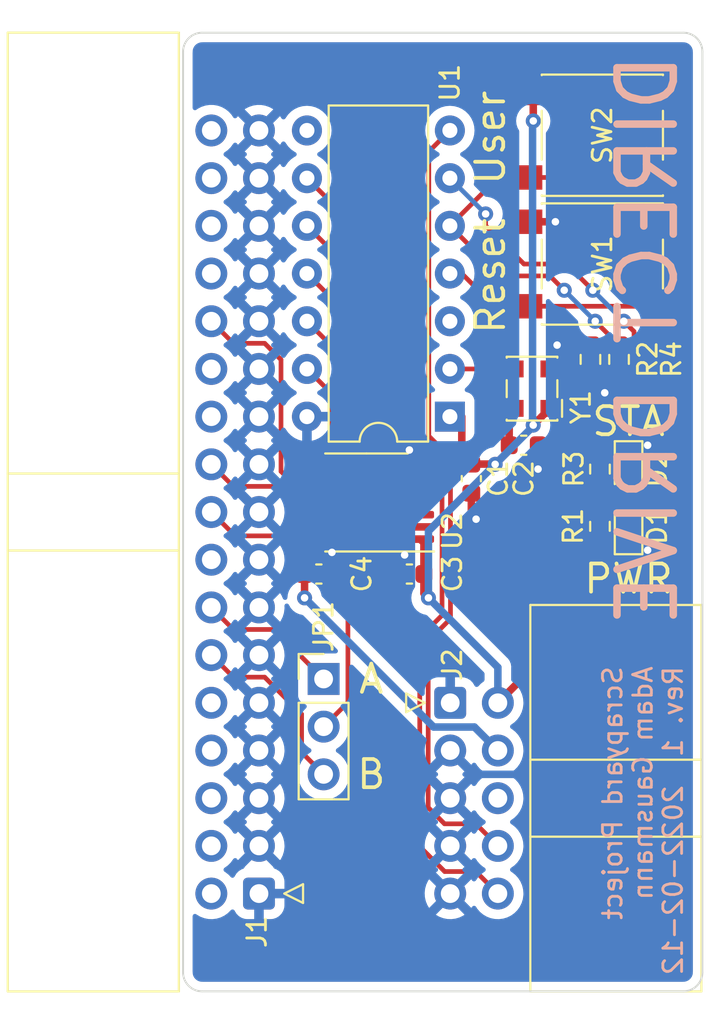
<source format=kicad_pcb>
(kicad_pcb (version 20211014) (generator pcbnew)
  (layers (0 "F.Cu" signal) (31 "B.Cu" signal) (34 "B.Paste" user) (35 "F.Paste" user) (36 "B.SilkS" user "B.Silkscreen") (37 "F.SilkS" user "F.Silkscreen") (38 "B.Mask" user) (39 "F.Mask" user) (44 "Edge.Cuts" user))
  (net 0 "")
  (net 1 "+3V3")
  (net 2 "GND")
  (net 3 "+5V")
  (net 4 "Net-(D1-Pad2)")
  (net 5 "Net-(D2-Pad2)")
  (net 11 "DRVSB")
  (net 12 "DRVSA")
  (net 14 "DIR")
  (net 15 "STEP")
  (net 18 "TRK00")
  (net 24 "MOSI")
  (net 25 "SCK")
  (net 26 "DRVS")
  (net 27 "NRST")
  (net 28 "STATUS")
  (net 29 "USER")
  (net 30 "CLK")
  (net 33 "TRK00-L")
  (net 34 "STEP-L")
  (net 35 "DIR-L")
  (net 36 "DRVS-L")
  (footprint "Capacitor_SMD:C_0603_1608Metric" (layer "F.Cu") (at 132.842 67.564)
    (fp_text reference "C2" (at 0 1.778 90) (layer "F.SilkS"))
    (fp_text value "10nF")
    (fp_line (start -0.14058 -0.51) (end 0.14058 -0.51) (layer "F.SilkS") (width 0.12))
    (fp_line (start -0.14058 0.51) (end 0.14058 0.51) (layer "F.SilkS") (width 0.12))
    (pad "1" smd roundrect (at -0.775 0) (size 0.9 0.95) (layers "F.Cu" "F.Paste" "F.Mask") (net 1 "+3V3"))
    (pad "2" smd roundrect (at 0.775 0) (size 0.9 0.95) (layers "F.Cu" "F.Paste" "F.Mask") (net 2 "GND"))
  )
  (footprint "Button_Switch_SMD:SW_Push_1P1T_NO_6x6mm_H9.5mm" (layer "F.Cu") (at 137.033 51.054)
    (fp_text reference "SW2" (at 0 0 90) (layer "F.SilkS"))
    (fp_text value "User")
    (fp_line (start 3.23 -1.3) (end 3.23 1.3) (layer "F.SilkS") (width 0.12))
    (fp_line (start -3.23 -1.3) (end -3.23 1.3) (layer "F.SilkS") (width 0.12))
    (fp_line (start 3.23 3.23) (end 3.23 3.2) (layer "F.SilkS") (width 0.12))
    (fp_line (start -3.23 -3.23) (end 3.23 -3.23) (layer "F.SilkS") (width 0.12))
    (fp_line (start -3.23 3.23) (end 3.23 3.23) (layer "F.SilkS") (width 0.12))
    (fp_line (start -3.23 -3.2) (end -3.23 -3.23) (layer "F.SilkS") (width 0.12))
    (fp_line (start -3.23 3.23) (end -3.23 3.2) (layer "F.SilkS") (width 0.12))
    (fp_line (start 3.23 -3.23) (end 3.23 -3.2) (layer "F.SilkS") (width 0.12))
    (pad "1" smd rect (at -3.975 -2.25) (size 1.55 1.3) (layers "F.Cu" "F.Paste" "F.Mask") (net 1 "+3V3"))
    (pad "1" smd rect (at 3.975 -2.25) (size 1.55 1.3) (layers "F.Cu" "F.Paste" "F.Mask") (net 1 "+3V3"))
    (pad "2" smd rect (at 3.975 2.25) (size 1.55 1.3) (layers "F.Cu" "F.Paste" "F.Mask") (net 29 "USER"))
    (pad "2" smd rect (at -3.975 2.25) (size 1.55 1.3) (layers "F.Cu" "F.Paste" "F.Mask") (net 29 "USER"))
  )
  (footprint "Resistor_SMD:R_0603_1608Metric" (layer "F.Cu") (at 136.398 62.992 90)
    (fp_text reference "R2" (at 0 3.048 90) (layer "F.SilkS"))
    (fp_text value "10k")
    (fp_line (start -0.237258 0.5225) (end 0.237258 0.5225) (layer "F.SilkS") (width 0.12))
    (fp_line (start -0.237258 -0.5225) (end 0.237258 -0.5225) (layer "F.SilkS") (width 0.12))
    (pad "1" smd roundrect (at -0.825 0 90) (size 0.8 0.95) (layers "F.Cu" "F.Paste" "F.Mask") (net 1 "+3V3"))
    (pad "2" smd roundrect (at 0.825 0 90) (size 0.8 0.95) (layers "F.Cu" "F.Paste" "F.Mask") (net 27 "NRST"))
  )
  (footprint "Package_SO:TSSOP-14_4.4x5mm_P0.65mm" (layer "F.Cu") (at 124.46 70.612 180)
    (fp_text reference "U2" (at -4.572 -1.524 90) (layer "F.SilkS"))
    (fp_text value "TXU0304PWR")
    (fp_line (start 0 -2.61) (end -3.6 -2.61) (layer "F.SilkS") (width 0.12))
    (fp_line (start 0 2.61) (end -2.2 2.61) (layer "F.SilkS") (width 0.12))
    (fp_line (start 0 -2.61) (end 2.2 -2.61) (layer "F.SilkS") (width 0.12))
    (fp_line (start 0 2.61) (end 2.2 2.61) (layer "F.SilkS") (width 0.12))
    (pad "1" smd roundrect (at -2.8625 -1.95 180) (size 1.475 0.4) (layers "F.Cu" "F.Paste" "F.Mask") (net 1 "+3V3"))
    (pad "2" smd roundrect (at -2.8625 -1.3 180) (size 1.475 0.4) (layers "F.Cu" "F.Paste" "F.Mask") (net 36 "DRVS-L"))
    (pad "3" smd roundrect (at -2.8625 -0.65 180) (size 1.475 0.4) (layers "F.Cu" "F.Paste" "F.Mask") (net 35 "DIR-L"))
    (pad "4" smd roundrect (at -2.8625 0 180) (size 1.475 0.4) (layers "F.Cu" "F.Paste" "F.Mask") (net 34 "STEP-L"))
    (pad "5" smd roundrect (at -2.8625 0.65 180) (size 1.475 0.4) (layers "F.Cu" "F.Paste" "F.Mask") (net 33 "TRK00-L"))
    (pad "6" smd roundrect (at -2.8625 1.3 180) (size 1.475 0.4) (layers "F.Cu" "F.Paste" "F.Mask"))
    (pad "7" smd roundrect (at -2.8625 1.95 180) (size 1.475 0.4) (layers "F.Cu" "F.Paste" "F.Mask") (net 2 "GND"))
    (pad "8" smd roundrect (at 2.8625 1.95 180) (size 1.475 0.4) (layers "F.Cu" "F.Paste" "F.Mask") (net 1 "+3V3"))
    (pad "9" smd roundrect (at 2.8625 1.3 180) (size 1.475 0.4) (layers "F.Cu" "F.Paste" "F.Mask"))
    (pad "10" smd roundrect (at 2.8625 0.65 180) (size 1.475 0.4) (layers "F.Cu" "F.Paste" "F.Mask") (net 18 "TRK00"))
    (pad "11" smd roundrect (at 2.8625 0 180) (size 1.475 0.4) (layers "F.Cu" "F.Paste" "F.Mask") (net 15 "STEP"))
    (pad "12" smd roundrect (at 2.8625 -0.65 180) (size 1.475 0.4) (layers "F.Cu" "F.Paste" "F.Mask") (net 14 "DIR"))
    (pad "13" smd roundrect (at 2.8625 -1.3 180) (size 1.475 0.4) (layers "F.Cu" "F.Paste" "F.Mask") (net 26 "DRVS"))
    (pad "14" smd roundrect (at 2.8625 -1.95 180) (size 1.475 0.4) (layers "F.Cu" "F.Paste" "F.Mask") (net 3 "+5V"))
  )
  (footprint "Capacitor_SMD:C_0603_1608Metric" (layer "F.Cu") (at 130.048 69.342 -90)
    (fp_text reference "C1" (at 0 -1.43 90) (layer "F.SilkS"))
    (fp_text value "100nF")
    (fp_line (start -0.14058 0.51) (end 0.14058 0.51) (layer "F.SilkS") (width 0.12))
    (fp_line (start -0.14058 -0.51) (end 0.14058 -0.51) (layer "F.SilkS") (width 0.12))
    (pad "1" smd roundrect (at -0.775 0 270) (size 0.9 0.95) (layers "F.Cu" "F.Paste" "F.Mask") (net 1 "+3V3"))
    (pad "2" smd roundrect (at 0.775 0 270) (size 0.9 0.95) (layers "F.Cu" "F.Paste" "F.Mask") (net 2 "GND"))
  )
  (footprint "Resistor_SMD:R_0603_1608Metric" (layer "F.Cu") (at 136.906 68.834 -90)
    (fp_text reference "R3" (at 0 1.397 90) (layer "F.SilkS"))
    (fp_text value "R")
    (fp_line (start -0.237258 -0.5225) (end 0.237258 -0.5225) (layer "F.SilkS") (width 0.12))
    (fp_line (start -0.237258 0.5225) (end 0.237258 0.5225) (layer "F.SilkS") (width 0.12))
    (pad "1" smd roundrect (at -0.825 0 270) (size 0.8 0.95) (layers "F.Cu" "F.Paste" "F.Mask") (net 28 "STATUS"))
    (pad "2" smd roundrect (at 0.825 0 270) (size 0.8 0.95) (layers "F.Cu" "F.Paste" "F.Mask") (net 5 "Net-(D2-Pad2)"))
  )
  (footprint "Package_DIP:DIP-14_W7.62mm" (layer "F.Cu") (at 128.905 66.04 180)
    (fp_text reference "U1" (at 0 17.78 90) (layer "F.SilkS"))
    (fp_text value "ATtiny24A-P")
    (fp_line (start 6.46 -1.33) (end 4.81 -1.33) (layer "F.SilkS") (width 0.12))
    (fp_line (start 1.16 -1.33) (end 1.16 16.57) (layer "F.SilkS") (width 0.12))
    (fp_line (start 2.81 -1.33) (end 1.16 -1.33) (layer "F.SilkS") (width 0.12))
    (fp_line (start 6.46 16.57) (end 6.46 -1.33) (layer "F.SilkS") (width 0.12))
    (fp_line (start 1.16 16.57) (end 6.46 16.57) (layer "F.SilkS") (width 0.12))
    (fp_arc (start 4.81 -1.33) (mid 3.81 -0.33) (end 2.81 -1.33) (layer "F.SilkS") (width 0.12))
    (pad "1" thru_hole rect (at 0 0 180) (size 1.6 1.6) (drill 0.8) (layers *.Cu *.Mask) (net 1 "+3V3"))
    (pad "2" thru_hole oval (at 0 2.54 180) (size 1.6 1.6) (drill 0.8) (layers *.Cu *.Mask) (net 30 "CLK"))
    (pad "3" thru_hole oval (at 0 5.08 180) (size 1.6 1.6) (drill 0.8) (layers *.Cu *.Mask))
    (pad "4" thru_hole oval (at 0 7.62 180) (size 1.6 1.6) (drill 0.8) (layers *.Cu *.Mask) (net 27 "NRST"))
    (pad "5" thru_hole oval (at 0 10.16 180) (size 1.6 1.6) (drill 0.8) (layers *.Cu *.Mask) (net 29 "USER"))
    (pad "6" thru_hole oval (at 0 12.7 180) (size 1.6 1.6) (drill 0.8) (layers *.Cu *.Mask) (net 28 "STATUS"))
    (pad "7" thru_hole oval (at 0 15.24 180) (size 1.6 1.6) (drill 0.8) (layers *.Cu *.Mask) (net 24 "MOSI"))
    (pad "8" thru_hole oval (at 7.62 15.24 180) (size 1.6 1.6) (drill 0.8) (layers *.Cu *.Mask))
    (pad "9" thru_hole oval (at 7.62 12.7 180) (size 1.6 1.6) (drill 0.8) (layers *.Cu *.Mask) (net 25 "SCK"))
    (pad "10" thru_hole oval (at 7.62 10.16 180) (size 1.6 1.6) (drill 0.8) (layers *.Cu *.Mask) (net 33 "TRK00-L"))
    (pad "11" thru_hole oval (at 7.62 7.62 180) (size 1.6 1.6) (drill 0.8) (layers *.Cu *.Mask) (net 34 "STEP-L"))
    (pad "12" thru_hole oval (at 7.62 5.08 180) (size 1.6 1.6) (drill 0.8) (layers *.Cu *.Mask) (net 35 "DIR-L"))
    (pad "13" thru_hole oval (at 7.62 2.54 180) (size 1.6 1.6) (drill 0.8) (layers *.Cu *.Mask) (net 36 "DRVS-L"))
    (pad "14" thru_hole oval (at 7.62 0 180) (size 1.6 1.6) (drill 0.8) (layers *.Cu *.Mask) (net 2 "GND"))
  )
  (footprint "Connector_IDC:IDC-Header_2x05_P2.54mm_Horizontal" (layer "F.Cu") (at 128.9225 81.28)
    (fp_text reference "J2" (at 0.1095 -2.032 90) (layer "F.SilkS"))
    (fp_text value "Control")
    (fp_line (start 13.39 -5.21) (end 13.39 15.37) (layer "F.SilkS") (width 0.12))
    (fp_line (start -2.35 -0.5) (end -2.35 0.5) (layer "F.SilkS") (width 0.12))
    (fp_line (start -1.35 0) (end -2.35 -0.5) (layer "F.SilkS") (width 0.12))
    (fp_line (start 13.39 15.37) (end 4.27 15.37) (layer "F.SilkS") (width 0.12))
    (fp_line (start 4.27 -5.21) (end 13.39 -5.21) (layer "F.SilkS") (width 0.12))
    (fp_line (start -2.35 0.5) (end -1.35 0) (layer "F.SilkS") (width 0.12))
    (fp_line (start 4.27 15.37) (end 4.27 -5.21) (layer "F.SilkS") (width 0.12))
    (fp_line (start 4.27 7.13) (end 13.39 7.13) (layer "F.SilkS") (width 0.12))
    (fp_line (start 4.27 3.03) (end 13.39 3.03) (layer "F.SilkS") (width 0.12))
    (pad "1" thru_hole roundrect (at 0 0) (size 1.7 1.7) (drill 1) (layers *.Cu *.Mask) (roundrect_rratio 0.147059) (net 2 "GND"))
    (pad "2" thru_hole circle (at 2.54 0) (size 1.7 1.7) (drill 1) (layers *.Cu *.Mask) (net 1 "+3V3"))
    (pad "3" thru_hole circle (at 0 2.54) (size 1.7 1.7) (drill 1) (layers *.Cu *.Mask) (net 2 "GND"))
    (pad "4" thru_hole circle (at 2.54 2.54) (size 1.7 1.7) (drill 1) (layers *.Cu *.Mask) (net 3 "+5V"))
    (pad "5" thru_hole circle (at 0 5.08) (size 1.7 1.7) (drill 1) (layers *.Cu *.Mask) (net 2 "GND"))
    (pad "6" thru_hole circle (at 2.54 5.08) (size 1.7 1.7) (drill 1) (layers *.Cu *.Mask))
    (pad "7" thru_hole circle (at 0 7.62) (size 1.7 1.7) (drill 1) (layers *.Cu *.Mask) (net 2 "GND"))
    (pad "8" thru_hole circle (at 2.54 7.62) (size 1.7 1.7) (drill 1) (layers *.Cu *.Mask) (net 24 "MOSI"))
    (pad "9" thru_hole circle (at 0 10.16) (size 1.7 1.7) (drill 1) (layers *.Cu *.Mask) (net 2 "GND"))
    (pad "10" thru_hole circle (at 2.54 10.16) (size 1.7 1.7) (drill 1) (layers *.Cu *.Mask) (net 25 "SCK"))
  )
  (footprint "Capacitor_SMD:C_0603_1608Metric" (layer "F.Cu") (at 126.746 74.422 180)
    (fp_text reference "C3" (at -2.286 0 90) (layer "F.SilkS"))
    (fp_text value "100nF")
    (fp_line (start -0.14058 0.51) (end 0.14058 0.51) (layer "F.SilkS") (width 0.12))
    (fp_line (start -0.14058 -0.51) (end 0.14058 -0.51) (layer "F.SilkS") (width 0.12))
    (pad "1" smd roundrect (at -0.775 0 180) (size 0.9 0.95) (layers "F.Cu" "F.Paste" "F.Mask") (net 1 "+3V3"))
    (pad "2" smd roundrect (at 0.775 0 180) (size 0.9 0.95) (layers "F.Cu" "F.Paste" "F.Mask") (net 2 "GND"))
  )
  (footprint "LED_SMD:LED_0603_1608Metric" (layer "F.Cu") (at 138.43 71.882 90)
    (fp_text reference "D1" (at 0 1.524 90) (layer "F.SilkS"))
    (fp_text value "Power")
    (fp_line (start -1.485 0.735) (end 0.8 0.735) (layer "F.SilkS") (width 0.12))
    (fp_line (start -1.485 -0.735) (end -1.485 0.735) (layer "F.SilkS") (width 0.12))
    (fp_line (start 0.8 -0.735) (end -1.485 -0.735) (layer "F.SilkS") (width 0.12))
    (pad "1" smd roundrect (at -0.7875 0 90) (size 0.875 0.95) (layers "F.Cu" "F.Paste" "F.Mask") (net 2 "GND"))
    (pad "2" smd roundrect (at 0.7875 0 90) (size 0.875 0.95) (layers "F.Cu" "F.Paste" "F.Mask") (net 4 "Net-(D1-Pad2)"))
  )
  (footprint "Button_Switch_SMD:SW_Push_1P1T_NO_6x6mm_H9.5mm" (layer "F.Cu") (at 137.033 57.912)
    (fp_text reference "SW1" (at 0 0 90) (layer "F.SilkS"))
    (fp_text value "Reset")
    (fp_line (start 3.23 -1.3) (end 3.23 1.3) (layer "F.SilkS") (width 0.12))
    (fp_line (start -3.23 -1.3) (end -3.23 1.3) (layer "F.SilkS") (width 0.12))
    (fp_line (start -3.23 3.23) (end 3.23 3.23) (layer "F.SilkS") (width 0.12))
    (fp_line (start -3.23 3.23) (end -3.23 3.2) (layer "F.SilkS") (width 0.12))
    (fp_line (start -3.23 -3.23) (end 3.23 -3.23) (layer "F.SilkS") (width 0.12))
    (fp_line (start 3.23 -3.23) (end 3.23 -3.2) (layer "F.SilkS") (width 0.12))
    (fp_line (start -3.23 -3.2) (end -3.23 -3.23) (layer "F.SilkS") (width 0.12))
    (fp_line (start 3.23 3.23) (end 3.23 3.2) (layer "F.SilkS") (width 0.12))
    (pad "1" smd rect (at -3.975 -2.25) (size 1.55 1.3) (layers "F.Cu" "F.Paste" "F.Mask") (net 2 "GND"))
    (pad "1" smd rect (at 3.975 -2.25) (size 1.55 1.3) (layers "F.Cu" "F.Paste" "F.Mask") (net 2 "GND"))
    (pad "2" smd rect (at -3.975 2.25) (size 1.55 1.3) (layers "F.Cu" "F.Paste" "F.Mask") (net 27 "NRST"))
    (pad "2" smd rect (at 3.975 2.25) (size 1.55 1.3) (layers "F.Cu" "F.Paste" "F.Mask") (net 27 "NRST"))
  )
  (footprint "LED_SMD:LED_0603_1608Metric" (layer "F.Cu") (at 138.43 68.834 -90)
    (fp_text reference "D2" (at 0 -1.524 90) (layer "F.SilkS"))
    (fp_text value "Status")
    (fp_line (start 0.8 -0.735) (end -1.485 -0.735) (layer "F.SilkS") (width 0.12))
    (fp_line (start -1.485 -0.735) (end -1.485 0.735) (layer "F.SilkS") (width 0.12))
    (fp_line (start -1.485 0.735) (end 0.8 0.735) (layer "F.SilkS") (width 0.12))
    (pad "1" smd roundrect (at -0.7875 0 270) (size 0.875 0.95) (layers "F.Cu" "F.Paste" "F.Mask") (net 2 "GND"))
    (pad "2" smd roundrect (at 0.7875 0 270) (size 0.875 0.95) (layers "F.Cu" "F.Paste" "F.Mask") (net 5 "Net-(D2-Pad2)"))
  )
  (footprint "Connector_PinHeader_2.54mm:PinHeader_1x03_P2.54mm_Vertical" (layer "F.Cu") (at 122.174 80.01)
    (fp_text reference "JP1" (at 0 -2.794 90) (layer "F.SilkS"))
    (fp_text value "Drive Select")
    (fp_line (start -1.33 6.41) (end 1.33 6.41) (layer "F.SilkS") (width 0.12))
    (fp_line (start -1.33 1.27) (end -1.33 6.41) (layer "F.SilkS") (width 0.12))
    (fp_line (start -1.33 0) (end -1.33 -1.33) (layer "F.SilkS") (width 0.12))
    (fp_line (start -1.33 1.27) (end 1.33 1.27) (layer "F.SilkS") (width 0.12))
    (fp_line (start 1.33 1.27) (end 1.33 6.41) (layer "F.SilkS") (width 0.12))
    (fp_line (start -1.33 -1.33) (end 0 -1.33) (layer "F.SilkS") (width 0.12))
    (pad "1" thru_hole rect (at 0 0) (size 1.7 1.7) (drill 1) (layers *.Cu *.Mask) (net 12 "DRVSA"))
    (pad "2" thru_hole oval (at 0 2.54) (size 1.7 1.7) (drill 1) (layers *.Cu *.Mask) (net 26 "DRVS"))
    (pad "3" thru_hole oval (at 0 5.08) (size 1.7 1.7) (drill 1) (layers *.Cu *.Mask) (net 11 "DRVSB"))
  )
  (footprint "Capacitor_SMD:C_0603_1608Metric" (layer "F.Cu") (at 121.92 74.422)
    (fp_text reference "C4" (at 2.286 0 90) (layer "F.SilkS"))
    (fp_text value "100nF")
    (fp_line (start -0.14058 -0.51) (end 0.14058 -0.51) (layer "F.SilkS") (width 0.12))
    (fp_line (start -0.14058 0.51) (end 0.14058 0.51) (layer "F.SilkS") (width 0.12))
    (pad "1" smd roundrect (at -0.775 0) (size 0.9 0.95) (layers "F.Cu" "F.Paste" "F.Mask") (net 3 "+5V"))
    (pad "2" smd roundrect (at 0.775 0) (size 0.9 0.95) (layers "F.Cu" "F.Paste" "F.Mask") (net 2 "GND"))
  )
  (footprint "Connector_IDC:IDC-Header_2x17_P2.54mm_Horizontal" (layer "F.Cu") (at 118.7275 91.44 180)
    (fp_text reference "J1" (at 0.1095 -2.032 90) (layer "F.SilkS"))
    (fp_text value "Floppy Drive")
    (fp_line (start -1.35 0) (end -2.35 -0.5) (layer "F.SilkS") (width 0.12))
    (fp_line (start -2.35 0.5) (end -1.35 0) (layer "F.SilkS") (width 0.12))
    (fp_line (start 4.27 22.37) (end 13.39 22.37) (layer "F.SilkS") (width 0.12))
    (fp_line (start -2.35 -0.5) (end -2.35 0.5) (layer "F.SilkS") (width 0.12))
    (fp_line (start 13.39 -5.21) (end 13.39 45.85) (layer "F.SilkS") (width 0.12))
    (fp_line (start 13.39 45.85) (end 4.27 45.85) (layer "F.SilkS") (width 0.12))
    (fp_line (start 4.27 45.85) (end 4.27 -5.21) (layer "F.SilkS") (width 0.12))
    (fp_line (start 4.27 18.27) (end 13.39 18.27) (layer "F.SilkS") (width 0.12))
    (fp_line (start 4.27 -5.21) (end 13.39 -5.21) (layer "F.SilkS") (width 0.12))
    (pad "1" thru_hole roundrect (at 0 0 180) (size 1.7 1.7) (drill 1) (layers *.Cu *.Mask) (roundrect_rratio 0.147059) (net 2 "GND"))
    (pad "2" thru_hole circle (at 2.54 0 180) (size 1.7 1.7) (drill 1) (layers *.Cu *.Mask))
    (pad "3" thru_hole circle (at 0 2.54 180) (size 1.7 1.7) (drill 1) (layers *.Cu *.Mask) (net 2 "GND"))
    (pad "4" thru_hole circle (at 2.54 2.54 180) (size 1.7 1.7) (drill 1) (layers *.Cu *.Mask))
    (pad "5" thru_hole circle (at 0 5.08 180) (size 1.7 1.7) (drill 1) (layers *.Cu *.Mask) (net 2 "GND"))
    (pad "6" thru_hole circle (at 2.54 5.08 180) (size 1.7 1.7) (drill 1) (layers *.Cu *.Mask))
    (pad "7" thru_hole circle (at 0 7.62 180) (size 1.7 1.7) (drill 1) (layers *.Cu *.Mask) (net 2 "GND"))
    (pad "8" thru_hole circle (at 2.54 7.62 180) (size 1.7 1.7) (drill 1) (layers *.Cu *.Mask))
    (pad "9" thru_hole circle (at 0 10.16 180) (size 1.7 1.7) (drill 1) (layers *.Cu *.Mask) (net 2 "GND"))
    (pad "10" thru_hole circle (at 2.54 10.16 180) (size 1.7 1.7) (drill 1) (layers *.Cu *.Mask))
    (pad "11" thru_hole circle (at 0 12.7 180) (size 1.7 1.7) (drill 1) (layers *.Cu *.Mask) (net 2 "GND"))
    (pad "12" thru_hole circle (at 2.54 12.7 180) (size 1.7 1.7) (drill 1) (layers *.Cu *.Mask) (net 11 "DRVSB"))
    (pad "13" thru_hole circle (at 0 15.24 180) (size 1.7 1.7) (drill 1) (layers *.Cu *.Mask) (net 2 "GND"))
    (pad "14" thru_hole circle (at 2.54 15.24 180) (size 1.7 1.7) (drill 1) (layers *.Cu *.Mask) (net 12 "DRVSA"))
    (pad "15" thru_hole circle (at 0 17.78 180) (size 1.7 1.7) (drill 1) (layers *.Cu *.Mask) (net 2 "GND"))
    (pad "16" thru_hole circle (at 2.54 17.78 180) (size 1.7 1.7) (drill 1) (layers *.Cu *.Mask))
    (pad "17" thru_hole circle (at 0 20.32 180) (size 1.7 1.7) (drill 1) (layers *.Cu *.Mask) (net 2 "GND"))
    (pad "18" thru_hole circle (at 2.54 20.32 180) (size 1.7 1.7) (drill 1) (layers *.Cu *.Mask) (net 14 "DIR"))
    (pad "19" thru_hole circle (at 0 22.86 180) (size 1.7 1.7) (drill 1) (layers *.Cu *.Mask) (net 2 "GND"))
    (pad "20" thru_hole circle (at 2.54 22.86 180) (size 1.7 1.7) (drill 1) (layers *.Cu *.Mask) (net 15 "STEP"))
    (pad "21" thru_hole circle (at 0 25.4 180) (size 1.7 1.7) (drill 1) (layers *.Cu *.Mask) (net 2 "GND"))
    (pad "22" thru_hole circle (at 2.54 25.4 180) (size 1.7 1.7) (drill 1) (layers *.Cu *.Mask))
    (pad "23" thru_hole circle (at 0 27.94 180) (size 1.7 1.7) (drill 1) (layers *.Cu *.Mask) (net 2 "GND"))
    (pad "24" thru_hole circle (at 2.54 27.94 180) (size 1.7 1.7) (drill 1) (layers *.Cu *.Mask))
    (pad "25" thru_hole circle (at 0 30.48 180) (size 1.7 1.7) (drill 1) (layers *.Cu *.Mask) (net 2 "GND"))
    (pad "26" thru_hole circle (at 2.54 30.48 180) (size 1.7 1.7) (drill 1) (layers *.Cu *.Mask) (net 18 "TRK00"))
    (pad "27" thru_hole circle (at 0 33.02 180) (size 1.7 1.7) (drill 1) (layers *.Cu *.Mask) (net 2 "GND"))
    (pad "28" thru_hole circle (at 2.54 33.02 180) (size 1.7 1.7) (drill 1) (layers *.Cu *.Mask))
    (pad "29" thru_hole circle (at 0 35.56 180) (size 1.7 1.7) (drill 1) (layers *.Cu *.Mask) (net 2 "GND"))
    (pad "30" thru_hole circle (at 2.54 35.56 180) (size 1.7 1.7) (drill 1) (layers *.Cu *.Mask))
    (pad "31" thru_hole circle (at 0 38.1 180) (size 1.7 1.7) (drill 1) (layers *.Cu *.Mask) (net 2 "GND"))
    (pad "32" thru_hole circle (at 2.54 38.1 180) (size 1.7 1.7) (drill 1) (layers *.Cu *.Mask))
    (pad "33" thru_hole circle (at 0 40.64 180) (size 1.7 1.7) (drill 1) (layers *.Cu *.Mask) (net 2 "GND"))
    (pad "34" thru_hole circle (at 2.54 40.64 180) (size 1.7 1.7) (drill 1) (layers *.Cu *.Mask))
  )
  (footprint "agausmann:ASEM-4Pin-3.2x2.5mm" (layer "F.Cu") (at 133.284 64.55 90)
    (fp_text reference "Y1" (at -0.982 2.606 90 unlocked) (layer "F.SilkS"))
    (fp_text value "ASEM1-8.000MHZ")
    (fp_line (start 1.7 1.35) (end 1.65 1.35) (layer "F.SilkS") (width 0.12))
    (fp_line (start -0.45 -1.35) (end 0.45 -1.35) (layer "F.SilkS") (width 0.12))
    (fp_line (start 1.7 -1.35) (end 1.7 1.35) (layer "F.SilkS") (width 0.12))
    (fp_line (start 1.65 -1.35) (end 1.7 -1.35) (layer "F.SilkS") (width 0.12))
    (fp_line (start -0.45 1.35) (end 0.45 1.35) (layer "F.SilkS") (width 0.12))
    (fp_line (start -1.7 1.35) (end -1.7 -1.35) (layer "F.SilkS") (width 0.12))
    (fp_line (start -1.7 -1.35) (end -1.65 -1.35) (layer "F.SilkS") (width 0.12))
    (fp_line (start -1.65 1.35) (end -1.7 1.35) (layer "F.SilkS") (width 0.12))
    (fp_line (start -0.6 1.6) (end -1.5 1.6) (layer "F.SilkS") (width 0.12))
    (pad "1" smd rect (at -1.05 0.95 90) (size 0.9 1) (layers "F.Cu" "F.Paste" "F.Mask") (net 1 "+3V3"))
    (pad "2" smd rect (at 1.05 0.95 90) (size 0.9 1) (layers "F.Cu" "F.Paste" "F.Mask") (net 2 "GND"))
    (pad "3" smd rect (at 1.05 -0.95 90) (size 0.9 1) (layers "F.Cu" "F.Paste" "F.Mask") (net 30 "CLK"))
    (pad "4" smd rect (at -1.05 -0.95 90) (size 0.9 1) (layers "F.Cu" "F.Paste" "F.Mask") (net 1 "+3V3"))
  )
  (footprint "Resistor_SMD:R_0603_1608Metric" (layer "F.Cu") (at 137.922 62.992 -90)
    (fp_text reference "R4" (at 0 -2.794 -270) (layer "F.SilkS"))
    (fp_text value "10k")
    (fp_line (start -0.237258 0.5225) (end 0.237258 0.5225) (layer "F.SilkS") (width 0.12))
    (fp_line (start -0.237258 -0.5225) (end 0.237258 -0.5225) (layer "F.SilkS") (width 0.12))
    (pad "1" smd roundrect (at -0.825 0 270) (size 0.8 0.95) (layers "F.Cu" "F.Paste" "F.Mask") (net 29 "USER"))
    (pad "2" smd roundrect (at 0.825 0 270) (size 0.8 0.95) (layers "F.Cu" "F.Paste" "F.Mask") (net 2 "GND"))
  )
  (footprint "Resistor_SMD:R_0603_1608Metric" (layer "F.Cu") (at 136.906 71.882 90)
    (fp_text reference "R1" (at 0 -1.43 90) (layer "F.SilkS"))
    (fp_text value "R")
    (fp_line (start -0.237258 0.5225) (end 0.237258 0.5225) (layer "F.SilkS") (width 0.12))
    (fp_line (start -0.237258 -0.5225) (end 0.237258 -0.5225) (layer "F.SilkS") (width 0.12))
    (pad "1" smd roundrect (at -0.825 0 90) (size 0.8 0.95) (layers "F.Cu" "F.Paste" "F.Mask") (net 1 "+3V3"))
    (pad "2" smd roundrect (at 0.825 0 90) (size 0.8 0.95) (layers "F.Cu" "F.Paste" "F.Mask") (net 4 "Net-(D1-Pad2)"))
  )
  (gr_arc (start 142.367 95.631) (mid 142.06942 96.34942) (end 141.351 96.647) (layer "Edge.Cuts") (width 0.1))
  (gr_arc (start 114.681 46.609) (mid 114.97858 45.89058) (end 115.697 45.593) (layer "Edge.Cuts") (width 0.1))
  (gr_arc (start 115.697 96.647) (mid 114.97858 96.34942) (end 114.681 95.631) (layer "Edge.Cuts") (width 0.1))
  (gr_line (start 141.351 45.593) (end 115.697 45.593) (layer "Edge.Cuts") (width 0.1))
  (gr_line (start 115.697 96.647) (end 141.351 96.647) (layer "Edge.Cuts") (width 0.1))
  (gr_line (start 142.367 95.631) (end 142.367 46.609) (layer "Edge.Cuts") (width 0.1))
  (gr_line (start 114.681 46.609) (end 114.681 95.631) (layer "Edge.Cuts") (width 0.1))
  (gr_arc (start 141.351 45.593) (mid 142.06942 45.89058) (end 142.367 46.609) (layer "Edge.Cuts") (width 0.1))
  (gr_text "Scrapyard Project\nAdam Gausmann\nRev. 1  2022-02-12" (at 139.192 79.248 90) (layer "B.SilkS") (effects (font (size 1 1)) (justify left mirror)))
  (gr_text "DIRECT DRIVE" (at 139.446 46.482 90) (layer "B.SilkS") (effects (font (size 3 3) (thickness 0.4)) (justify left mirror)))
  (gr_text "STA" (at 138.43 66.294) (layer "F.SilkS") (effects (font (size 1.5 1.5) (thickness 0.2))))
  (gr_text "PWR\n" (at 138.43 74.676) (layer "F.SilkS") (effects (font (size 1.5 1.5) (thickness 0.2))))
  (gr_text "Reset" (at 131.064 58.547 90) (layer "F.SilkS") (effects (font (size 1.5 1.5) (thickness 0.2))))
  (gr_text "A" (at 124.714 80.01) (layer "F.SilkS") (effects (font (size 1.5 1.5) (thickness 0.2))))
  (gr_text "B" (at 124.714 85.09) (layer "F.SilkS") (effects (font (size 1.5 1.5) (thickness 0.2))))
  (gr_text "User" (at 131.064 51.181 90) (layer "F.SilkS") (effects (font (size 1.5 1.5) (thickness 0.2))))
  (segment (start 127.521 75.451) (end 127.762 75.692) (width 0.4) (layer "F.Cu") (net 1))
  (segment (start 127.521 74.422) (end 127.521 75.451) (width 0.4) (layer "F.Cu") (net 1))
  (segment (start 133.35 49.096) (end 133.058 48.804) (width 0.4) (layer "F.Cu") (net 1))
  (segment (start 129.54 66.04) (end 129.54 68.059) (width 0.4) (layer "F.Cu") (net 1))
  (segment (start 132.067 67.564) (end 132.067 65.867) (width 0.4) (layer "F.Cu") (net 1))
  (segment (start 122.391427 68.662) (end 121.5975 68.662) (width 0.4) (layer "F.Cu") (net 1))
  (segment (start 132.067 67.831) (end 131.318 68.58) (width 0.4) (layer "F.Cu") (net 1))
  (segment (start 130.048 68.567) (end 131.305 68.567) (width 0.4) (layer "F.Cu") (net 1))
  (segment (start 127.521 74.422) (end 127.521 72.7605) (width 0.4) (layer "F.Cu") (net 1))
  (segment (start 132.067 67.564) (end 132.067 67.831) (width 0.4) (layer "F.Cu") (net 1))
  (segment (start 126.291427 72.562) (end 122.391427 68.662) (width 0.4) (layer "F.Cu") (net 1))
  (segment (start 141.008 48.804) (end 133.058 48.804) (width 0.4) (layer "F.Cu") (net 1))
  (segment (start 134.234 65.6) (end 134.615 65.6) (width 0.4) (layer "F.Cu") (net 1))
  (segment (start 129.54 68.059) (end 130.048 68.567) (width 0.4) (layer "F.Cu") (net 1))
  (segment (start 134.234 65.6) (end 134.234 65.603596) (width 0.4) (layer "F.Cu") (net 1))
  (segment (start 131.305 68.567) (end 131.318 68.58) (width 0.4) (layer "F.Cu") (net 1))
  (segment (start 132.067 65.867) (end 132.334 65.6) (width 0.4) (layer "F.Cu") (net 1))
  (segment (start 136.906 75.8365) (end 131.4625 81.28) (width 0.4) (layer "F.Cu") (net 1))
  (segment (start 134.234 65.603596) (end 133.34686 66.490736) (width 0.4) (layer "F.Cu") (net 1))
  (segment (start 136.906 72.707) (end 136.906 75.8365) (width 0.4) (layer "F.Cu") (net 1))
  (segment (start 127.3225 72.562) (end 126.291427 72.562) (width 0.4) (layer "F.Cu") (net 1))
  (segment (start 133.35 50.292) (end 133.35 49.096) (width 0.4) (layer "F.Cu") (net 1))
  (segment (start 134.615 65.6) (end 136.398 63.817) (width 0.4) (layer "F.Cu") (net 1))
  (segment (start 127.521 72.7605) (end 127.3225 72.562) (width 0.4) (layer "F.Cu") (net 1))
  (via (at 133.34686 66.490736) (size 0.8) (drill 0.4) (layers "F.Cu" "B.Cu") (net 1))
  (via (at 127.762 75.692) (size 0.8) (drill 0.4) (layers "F.Cu" "B.Cu") (net 1))
  (via (at 133.35 50.292) (size 0.8) (drill 0.4) (layers "F.Cu" "B.Cu") (net 1))
  (via (at 131.318 68.58) (size 0.8) (drill 0.4) (layers "F.Cu" "B.Cu") (net 1))
  (segment (start 131.4625 81.28) (end 131.4625 79.3925) (width 0.4) (layer "B.Cu") (net 1))
  (segment (start 131.4625 79.3925) (end 127.762 75.692) (width 0.4) (layer "B.Cu") (net 1))
  (segment (start 133.34686 66.490736) (end 133.34686 66.55114) (width 0.4) (layer "B.Cu") (net 1))
  (segment (start 133.312489 66.456365) (end 133.312489 50.329511) (width 0.4) (layer "B.Cu") (net 1))
  (segment (start 133.34686 66.490736) (end 133.312489 66.456365) (width 0.4) (layer "B.Cu") (net 1))
  (segment (start 133.312489 50.329511) (end 133.35 50.292) (width 0.4) (layer "B.Cu") (net 1))
  (segment (start 127.762 75.692) (end 127.762 72.136) (width 0.4) (layer "B.Cu") (net 1))
  (segment (start 127.762 72.136) (end 131.318 68.58) (width 0.4) (layer "B.Cu") (net 1))
  (segment (start 133.34686 66.55114) (end 131.318 68.58) (width 0.4) (layer "B.Cu") (net 1))
  (segment (start 127.3225 68.3945) (end 126.746 67.818) (width 0.4) (layer "F.Cu") (net 2))
  (segment (start 138.9635 72.6695) (end 139.446 73.152) (width 0.4) (layer "F.Cu") (net 2))
  (segment (start 133.058 55.662) (end 134.529 55.662) (width 0.4) (layer "F.Cu") (net 2))
  (segment (start 130.048 70.117) (end 130.048 71.247) (width 0.4) (layer "F.Cu") (net 2))
  (segment (start 133.617 67.564) (end 133.617 68.821) (width 0.4) (layer "F.Cu") (net 2))
  (segment (start 122.695 74.422) (end 122.695 73.346237) (width 0.4) (layer "F.Cu") (net 2))
  (segment (start 125.971 73.927) (end 126.492 73.406) (width 0.4) (layer "F.Cu") (net 2))
  (segment (start 130.048 71.247) (end 130.302 71.501) (width 0.4) (layer "F.Cu") (net 2))
  (segment (start 134.234 63.5) (end 134.234 62.616) (width 0.4) (layer "F.Cu") (net 2))
  (segment (start 122.695 73.346237) (end 122.616983 73.26822) (width 0.4) (layer "F.Cu") (net 2))
  (segment (start 138.9635 68.0465) (end 139.446 67.564) (width 0.4) (layer "F.Cu") (net 2))
  (segment (start 138.43 68.0465) (end 138.9635 68.0465) (width 0.4) (layer "F.Cu") (net 2))
  (segment (start 134.234 62.616) (end 134.62 62.23) (width 0.4) (layer "F.Cu") (net 2))
  (segment (start 127.3225 68.662) (end 127.3225 68.3945) (width 0.4) (layer "F.Cu") (net 2))
  (segment (start 138.43 72.6695) (end 138.9635 72.6695) (width 0.4) (layer "F.Cu") (net 2))
  (segment (start 141.008 55.662) (end 134.529 55.662) (width 0.4) (layer "F.Cu") (net 2))
  (segment (start 137.922 63.817) (end 137.922 64.008) (width 0.4) (layer "F.Cu") (net 2))
  (segment (start 133.617 68.821) (end 133.604 68.834) (width 0.4) (layer "F.Cu") (net 2))
  (segment (start 125.971 74.422) (end 125.971 73.927) (width 0.4) (layer "F.Cu") (net 2))
  (segment (start 137.922 64.008) (end 137.16 64.77) (width 0.4) (layer "F.Cu") (net 2))
  (via (at 134.529 55.662) (size 0.8) (drill 0.4) (layers "F.Cu" "B.Cu") (net 2))
  (via (at 133.604 68.834) (size 0.8) (drill 0.4) (layers "F.Cu" "B.Cu") (net 2))
  (via (at 137.16 64.77) (size 0.8) (drill 0.4) (layers "F.Cu" "B.Cu") (net 2))
  (via (at 134.62 62.23) (size 0.8) (drill 0.4) (layers "F.Cu" "B.Cu") (net 2))
  (via (at 126.746 67.818) (size 0.8) (drill 0.4) (layers "F.Cu" "B.Cu") (net 2))
  (via (at 130.302 71.501) (size 0.8) (drill 0.4) (layers "F.Cu" "B.Cu") (net 2))
  (via (at 139.446 67.564) (size 0.8) (drill 0.4) (layers "F.Cu" "B.Cu") (net 2))
  (via (at 139.446 73.152) (size 0.8) (drill 0.4) (layers "F.Cu" "B.Cu") (net 2))
  (via (at 122.616983 73.26822) (size 0.8) (drill 0.4) (layers "F.Cu" "B.Cu") (net 2))
  (via (at 126.492 73.406) (size 0.8) (drill 0.4) (layers "F.Cu" "B.Cu") (net 2))
  (segment (start 128.9225 83.82) (end 130.1925 85.09) (width 0.4) (layer "B.Cu") (net 2))
  (segment (start 130.1925 85.09) (end 132.588 85.09) (width 0.4) (layer "B.Cu") (net 2))
  (segment (start 121.158 74.435) (end 121.145 74.422) (width 0.4) (layer "F.Cu") (net 3))
  (segment (start 121.158 75.692) (end 121.158 74.435) (width 0.4) (layer "F.Cu") (net 3))
  (segment (start 121.145 74.422) (end 121.145 73.0145) (width 0.4) (layer "F.Cu") (net 3))
  (segment (start 121.145 73.0145) (end 121.5975 72.562) (width 0.4) (layer "F.Cu") (net 3))
  (via (at 121.158 75.692) (size 0.8) (drill 0.4) (layers "F.Cu" "B.Cu") (net 3))
  (segment (start 128.036489 82.570489) (end 121.158 75.692) (width 0.4) (layer "B.Cu") (net 3))
  (segment (start 131.4625 83.82) (end 130.212989 82.570489) (width 0.4) (layer "B.Cu") (net 3))
  (segment (start 130.212989 82.570489) (end 128.036489 82.570489) (width 0.4) (layer "B.Cu") (net 3))
  (segment (start 136.9435 71.0945) (end 136.906 71.057) (width 0.25) (layer "F.Cu") (net 4))
  (segment (start 138.43 71.0945) (end 136.9435 71.0945) (width 0.25) (layer "F.Cu") (net 4))
  (segment (start 136.906 69.659) (end 138.3925 69.659) (width 0.25) (layer "F.Cu") (net 5))
  (segment (start 138.3925 69.659) (end 138.43 69.6215) (width 0.25) (layer "F.Cu") (net 5))
  (segment (start 122.174 85.09) (end 120.999489 83.915489) (width 0.25) (layer "F.Cu") (net 11))
  (segment (start 119.030511 79.914511) (end 117.362011 79.914511) (width 0.25) (layer "F.Cu") (net 11))
  (segment (start 120.999489 81.883489) (end 119.030511 79.914511) (width 0.25) (layer "F.Cu") (net 11))
  (segment (start 120.999489 83.915489) (end 120.999489 81.883489) (width 0.25) (layer "F.Cu") (net 11))
  (segment (start 117.362011 79.914511) (end 116.1875 78.74) (width 0.25) (layer "F.Cu") (net 11))
  (segment (start 119.538511 77.374511) (end 117.362011 77.374511) (width 0.25) (layer "F.Cu") (net 12))
  (segment (start 122.174 80.01) (end 119.538511 77.374511) (width 0.25) (layer "F.Cu") (net 12))
  (segment (start 117.362011 77.374511) (end 116.1875 76.2) (width 0.25) (layer "F.Cu") (net 12))
  (segment (start 120.909639 71.262) (end 119.781639 72.39) (width 0.25) (layer "F.Cu") (net 14))
  (segment (start 117.4575 72.39) (end 116.1875 71.12) (width 0.25) (layer "F.Cu") (net 14))
  (segment (start 121.5975 71.262) (end 120.909639 71.262) (width 0.25) (layer "F.Cu") (net 14))
  (segment (start 119.781639 72.39) (end 117.4575 72.39) (width 0.25) (layer "F.Cu") (net 14))
  (segment (start 120.65 70.612) (end 119.792511 69.754511) (width 0.25) (layer "F.Cu") (net 15))
  (segment (start 117.362011 69.754511) (end 116.1875 68.58) (width 0.25) (layer "F.Cu") (net 15))
  (segment (start 121.5975 70.612) (end 120.65 70.612) (width 0.25) (layer "F.Cu") (net 15))
  (segment (start 119.792511 69.754511) (end 117.362011 69.754511) (width 0.25) (layer "F.Cu") (net 15))
  (segment (start 121.5975 69.962) (end 120.909639 69.962) (width 0.25) (layer "F.Cu") (net 18))
  (segment (start 119.902011 68.954372) (end 119.902011 63.006011) (width 0.25) (layer "F.Cu") (net 18))
  (segment (start 119.030511 62.134511) (end 117.362011 62.134511) (width 0.25) (layer "F.Cu") (net 18))
  (segment (start 117.362011 62.134511) (end 116.1875 60.96) (width 0.25) (layer "F.Cu") (net 18))
  (segment (start 119.902011 63.006011) (end 119.030511 62.134511) (width 0.25) (layer "F.Cu") (net 18))
  (segment (start 120.909639 69.962) (end 119.902011 68.954372) (width 0.25) (layer "F.Cu") (net 18))
  (segment (start 130.287989 87.725489) (end 131.4625 88.9) (width 0.25) (layer "F.Cu") (net 24))
  (segment (start 127.747989 77.992729) (end 127.747989 86.853989) (width 0.25) (layer "F.Cu") (net 24))
  (segment (start 127.780489 51.924511) (end 127.780489 67.074489) (width 0.25) (layer "F.Cu") (net 24))
  (segment (start 127.780489 67.074489) (end 128.936031 68.230032) (width 0.25) (layer "F.Cu") (net 24))
  (segment (start 128.905 50.8) (end 127.780489 51.924511) (width 0.25) (layer "F.Cu") (net 24))
  (segment (start 127.747989 86.853989) (end 128.619489 87.725489) (width 0.25) (layer "F.Cu") (net 24))
  (segment (start 128.619489 87.725489) (end 130.287989 87.725489) (width 0.25) (layer "F.Cu") (net 24))
  (segment (start 128.936031 76.804686) (end 127.747989 77.992729) (width 0.25) (layer "F.Cu") (net 24))
  (segment (start 128.936031 68.230032) (end 128.936031 76.804686) (width 0.25) (layer "F.Cu") (net 24))
  (segment (start 128.486511 68.416229) (end 128.486511 76.618489) (width 0.25) (layer "F.Cu") (net 25))
  (segment (start 127.298469 88.936979) (end 128.626979 90.265489) (width 0.25) (layer "F.Cu") (net 25))
  (segment (start 121.285 53.34) (end 127.330969 59.385969) (width 0.25) (layer "F.Cu") (net 25))
  (segment (start 127.330969 59.385969) (end 127.330969 67.260687) (width 0.25) (layer "F.Cu") (net 25))
  (segment (start 127.298469 77.806532) (end 127.298469 88.936979) (width 0.25) (layer "F.Cu") (net 25))
  (segment (start 128.486511 76.618489) (end 127.298469 77.806532) (width 0.25) (layer "F.Cu") (net 25))
  (segment (start 127.330969 67.260687) (end 128.486511 68.416229) (width 0.25) (layer "F.Cu") (net 25))
  (segment (start 130.287989 90.265489) (end 131.4625 91.44) (width 0.25) (layer "F.Cu") (net 25))
  (segment (start 128.626979 90.265489) (end 130.287989 90.265489) (width 0.25) (layer "F.Cu") (net 25))
  (segment (start 123.46952 73.096159) (end 123.46952 81.25448) (width 0.25) (layer "F.Cu") (net 26))
  (segment (start 121.5975 71.912) (end 122.285361 71.912) (width 0.25) (layer "F.Cu") (net 26))
  (segment (start 123.46952 81.25448) (end 122.174 82.55) (width 0.25) (layer "F.Cu") (net 26))
  (segment (start 122.285361 71.912) (end 123.46952 73.096159) (width 0.25) (layer "F.Cu") (net 26))
  (segment (start 131.282 60.162) (end 129.54 58.42) (width 0.25) (layer "F.Cu") (net 27))
  (segment (start 134.393 60.162) (end 141.008 60.162) (width 0.25) (layer "F.Cu") (net 27))
  (segment (start 136.398 62.167) (end 134.393 60.162) (width 0.25) (layer "F.Cu") (net 27))
  (segment (start 134.393 60.162) (end 133.058 60.162) (width 0.25) (layer "F.Cu") (net 27))
  (segment (start 133.058 60.162) (end 131.282 60.162) (width 0.25) (layer "F.Cu") (net 27))
  (segment (start 135.128 57.912) (end 136.525 59.309) (width 0.25) (layer "F.Cu") (net 28))
  (segment (start 133.731 57.912) (end 135.128 57.912) (width 0.25) (layer "F.Cu") (net 28))
  (segment (start 132.852978 57.912) (end 133.731 57.912) (width 0.25) (layer "F.Cu") (net 28))
  (segment (start 138.72152 61.50552) (end 138.72152 66.19348) (width 0.25) (layer "F.Cu") (net 28))
  (segment (start 138.176 60.96) (end 138.72152 61.50552) (width 0.25) (layer "F.Cu") (net 28))
  (segment (start 130.81 55.869022) (end 132.852978 57.912) (width 0.25) (layer "F.Cu") (net 28))
  (segment (start 130.81 55.245) (end 130.81 55.869022) (width 0.25) (layer "F.Cu") (net 28))
  (segment (start 138.72152 66.19348) (end 136.906 68.009) (width 0.25) (layer "F.Cu") (net 28))
  (via (at 130.81 55.245) (size 0.8) (drill 0.4) (layers "F.Cu" "B.Cu") (net 28))
  (via (at 136.525 59.309) (size 0.8) (drill 0.4) (layers "F.Cu" "B.Cu") (net 28))
  (via (at 138.176 60.96) (size 0.8) (drill 0.4) (layers "F.Cu" "B.Cu") (net 28))
  (segment (start 128.905 53.34) (end 130.81 55.245) (width 0.25) (layer "B.Cu") (net 28))
  (segment (start 136.525 59.309) (end 138.176 60.96) (width 0.25) (layer "B.Cu") (net 28))
  (segment (start 131.481 53.304) (end 133.058 53.304) (width 0.25) (layer "F.Cu") (net 29))
  (segment (start 137.922 62.167) (end 137.859 62.167) (width 0.25) (layer "F.Cu") (net 29))
  (segment (start 131.572 58.547) (end 128.905 55.88) (width 0.25) (layer "F.Cu") (net 29))
  (segment (start 137.859 62.167) (end 136.652 60.96) (width 0.25) (layer "F.Cu") (net 29))
  (segment (start 134.239 58.547) (end 131.572 58.547) (width 0.25) (layer "F.Cu") (net 29))
  (segment (start 135.001 59.309) (end 134.239 58.547) (width 0.25) (layer "F.Cu") (net 29))
  (segment (start 133.058 53.304) (end 141.008 53.304) (width 0.25) (layer "F.Cu") (net 29))
  (segment (start 131.481 53.304) (end 128.905 55.88) (width 0.25) (layer "F.Cu") (net 29))
  (via (at 135.001 59.309) (size 0.8) (drill 0.4) (layers "F.Cu" "B.Cu") (net 29))
  (via (at 136.652 60.96) (size 0.8) (drill 0.4) (layers "F.Cu" "B.Cu") (net 29))
  (segment (start 136.652 60.96) (end 135.001 59.309) (width 0.25) (layer "B.Cu") (net 29))
  (segment (start 132.334 63.5) (end 129.54 63.5) (width 0.25) (layer "F.Cu") (net 30))
  (segment (start 126.479154 69.962) (end 123.90356 67.386406) (width 0.25) (layer "F.Cu") (net 33))
  (segment (start 123.90356 67.386406) (end 123.90356 58.49856) (width 0.25) (layer "F.Cu") (net 33))
  (segment (start 127.3225 69.962) (end 126.479154 69.962) (width 0.25) (layer "F.Cu") (net 33))
  (segment (start 123.90356 58.49856) (end 121.285 55.88) (width 0.25) (layer "F.Cu") (net 33))
  (segment (start 127.3225 70.612) (end 126.493436 70.612) (width 0.25) (layer "F.Cu") (net 34))
  (segment (start 126.493436 70.612) (end 123.45404 67.572604) (width 0.25) (layer "F.Cu") (net 34))
  (segment (start 123.45404 60.58904) (end 121.285 58.42) (width 0.25) (layer "F.Cu") (net 34))
  (segment (start 123.45404 67.572604) (end 123.45404 60.58904) (width 0.25) (layer "F.Cu") (net 34))
  (segment (start 127.3225 71.262) (end 126.507718 71.262) (width 0.25) (layer "F.Cu") (net 35))
  (segment (start 123.00452 62.67952) (end 121.285 60.96) (width 0.25) (layer "F.Cu") (net 35))
  (segment (start 126.507718 71.262) (end 123.00452 67.758802) (width 0.25) (layer "F.Cu") (net 35))
  (segment (start 123.00452 67.758802) (end 123.00452 62.67952) (width 0.25) (layer "F.Cu") (net 35))
  (segment (start 122.555 67.945) (end 122.555 64.77) (width 0.25) (layer "F.Cu") (net 36))
  (segment (start 127.3225 71.912) (end 126.522 71.912) (width 0.25) (layer "F.Cu") (net 36))
  (segment (start 122.555 64.77) (end 121.285 63.5) (width 0.25) (layer "F.Cu") (net 36))
  (segment (start 126.522 71.912) (end 122.555 67.945) (width 0.25) (layer "F.Cu") (net 36))
  (zone (net 2) (net_name "GND") (layer "B.Cu") (connect_pads (clearance 0.508)) (min_thickness 0.254) (fill yes (thermal_gap 0.508) (thermal_bridge_width 0.508))
    (polygon (pts (xy 142.367 96.647) (xy 114.681 96.647) (xy 114.681 45.593) (xy 142.367 45.593)))
  )
)
</source>
